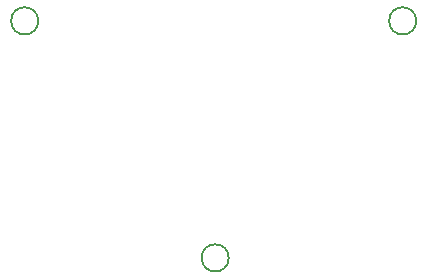
<source format=gbr>
G04 #@! TF.GenerationSoftware,KiCad,Pcbnew,(6.0.0)*
G04 #@! TF.CreationDate,2022-04-11T01:36:55-05:00*
G04 #@! TF.ProjectId,temp sensor,74656d70-2073-4656-9e73-6f722e6b6963,0.3*
G04 #@! TF.SameCoordinates,Original*
G04 #@! TF.FileFunction,Other,Comment*
%FSLAX45Y45*%
G04 Gerber Fmt 4.5, Leading zero omitted, Abs format (unit mm)*
G04 Created by KiCad (PCBNEW (6.0.0)) date 2022-04-11 01:36:55*
%MOMM*%
%LPD*%
G01*
G04 APERTURE LIST*
%ADD10C,0.150000*%
G04 APERTURE END LIST*
D10*
G04 #@! TO.C,H3*
X14268000Y-10306600D02*
G75*
G03*
X14268000Y-10306600I-115000J0D01*
G01*
G04 #@! TO.C,H2*
X15855200Y-8300000D02*
G75*
G03*
X15855200Y-8300000I-115000J0D01*
G01*
G04 #@! TO.C,H1*
X12654800Y-8300000D02*
G75*
G03*
X12654800Y-8300000I-115000J0D01*
G01*
G04 #@! TD*
M02*

</source>
